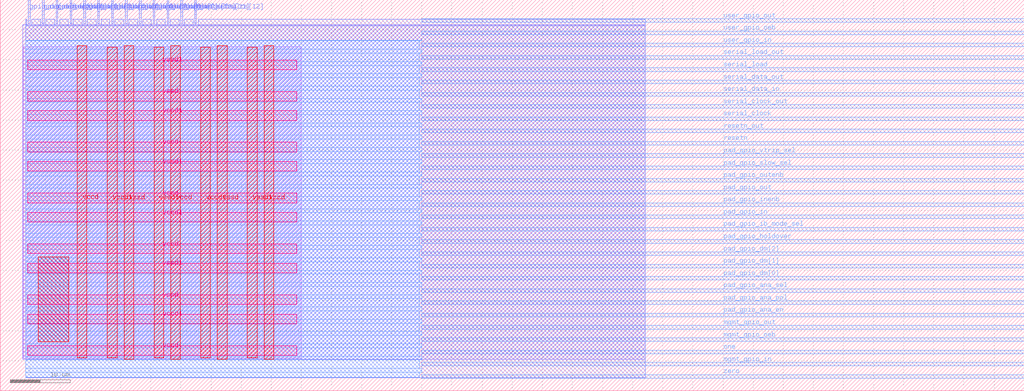
<source format=lef>
VERSION 5.7 ;
  NOWIREEXTENSIONATPIN ON ;
  DIVIDERCHAR "/" ;
  BUSBITCHARS "[]" ;
MACRO gpio_control_block
  CLASS BLOCK ;
  FOREIGN gpio_control_block ;
  ORIGIN 0.000 0.000 ;
  SIZE 170.000 BY 65.000 ;
  PIN gpio_defaults[0]
    DIRECTION INPUT ;
    USE SIGNAL ;
    PORT
      LAYER met2 ;
        RECT 4.690 61.000 4.970 65.000 ;
    END
  END gpio_defaults[0]
  PIN gpio_defaults[10]
    DIRECTION INPUT ;
    USE SIGNAL ;
    PORT
      LAYER met2 ;
        RECT 27.690 61.000 27.970 65.000 ;
    END
  END gpio_defaults[10]
  PIN gpio_defaults[11]
    DIRECTION INPUT ;
    USE SIGNAL ;
    PORT
      LAYER met2 ;
        RECT 29.990 61.000 30.270 65.000 ;
    END
  END gpio_defaults[11]
  PIN gpio_defaults[12]
    DIRECTION INPUT ;
    USE SIGNAL ;
    PORT
      LAYER met2 ;
        RECT 32.290 61.000 32.570 65.000 ;
    END
  END gpio_defaults[12]
  PIN gpio_defaults[1]
    DIRECTION INPUT ;
    USE SIGNAL ;
    PORT
      LAYER met2 ;
        RECT 6.990 61.000 7.270 65.000 ;
    END
  END gpio_defaults[1]
  PIN gpio_defaults[2]
    DIRECTION INPUT ;
    USE SIGNAL ;
    PORT
      LAYER met2 ;
        RECT 9.290 61.000 9.570 65.000 ;
    END
  END gpio_defaults[2]
  PIN gpio_defaults[3]
    DIRECTION INPUT ;
    USE SIGNAL ;
    PORT
      LAYER met2 ;
        RECT 11.590 61.000 11.870 65.000 ;
    END
  END gpio_defaults[3]
  PIN gpio_defaults[4]
    DIRECTION INPUT ;
    USE SIGNAL ;
    PORT
      LAYER met2 ;
        RECT 13.890 61.000 14.170 65.000 ;
    END
  END gpio_defaults[4]
  PIN gpio_defaults[5]
    DIRECTION INPUT ;
    USE SIGNAL ;
    PORT
      LAYER met2 ;
        RECT 16.190 61.000 16.470 65.000 ;
    END
  END gpio_defaults[5]
  PIN gpio_defaults[6]
    DIRECTION INPUT ;
    USE SIGNAL ;
    PORT
      LAYER met2 ;
        RECT 18.490 61.000 18.770 65.000 ;
    END
  END gpio_defaults[6]
  PIN gpio_defaults[7]
    DIRECTION INPUT ;
    USE SIGNAL ;
    PORT
      LAYER met2 ;
        RECT 20.790 61.000 21.070 65.000 ;
    END
  END gpio_defaults[7]
  PIN gpio_defaults[8]
    DIRECTION INPUT ;
    USE SIGNAL ;
    PORT
      LAYER met2 ;
        RECT 23.090 61.000 23.370 65.000 ;
    END
  END gpio_defaults[8]
  PIN gpio_defaults[9]
    DIRECTION INPUT ;
    USE SIGNAL ;
    PORT
      LAYER met2 ;
        RECT 25.390 61.000 25.670 65.000 ;
    END
  END gpio_defaults[9]
  PIN mgmt_gpio_in
    DIRECTION OUTPUT TRISTATE ;
    USE SIGNAL ;
    PORT
      LAYER met3 ;
        RECT 70.000 4.120 170.000 4.720 ;
    END
  END mgmt_gpio_in
  PIN mgmt_gpio_oeb
    DIRECTION INPUT ;
    USE SIGNAL ;
    PORT
      LAYER met3 ;
        RECT 70.000 8.200 170.000 8.800 ;
    END
  END mgmt_gpio_oeb
  PIN mgmt_gpio_out
    DIRECTION INPUT ;
    USE SIGNAL ;
    PORT
      LAYER met3 ;
        RECT 70.000 10.240 170.000 10.840 ;
    END
  END mgmt_gpio_out
  PIN one
    DIRECTION OUTPUT TRISTATE ;
    USE SIGNAL ;
    PORT
      LAYER met3 ;
        RECT 70.000 6.160 170.000 6.760 ;
    END
  END one
  PIN pad_gpio_ana_en
    DIRECTION OUTPUT TRISTATE ;
    USE SIGNAL ;
    PORT
      LAYER met3 ;
        RECT 70.000 12.280 170.000 12.880 ;
    END
  END pad_gpio_ana_en
  PIN pad_gpio_ana_pol
    DIRECTION OUTPUT TRISTATE ;
    USE SIGNAL ;
    PORT
      LAYER met3 ;
        RECT 70.000 14.320 170.000 14.920 ;
    END
  END pad_gpio_ana_pol
  PIN pad_gpio_ana_sel
    DIRECTION OUTPUT TRISTATE ;
    USE SIGNAL ;
    PORT
      LAYER met3 ;
        RECT 70.000 16.360 170.000 16.960 ;
    END
  END pad_gpio_ana_sel
  PIN pad_gpio_dm[0]
    DIRECTION OUTPUT TRISTATE ;
    USE SIGNAL ;
    PORT
      LAYER met3 ;
        RECT 70.000 18.400 170.000 19.000 ;
    END
  END pad_gpio_dm[0]
  PIN pad_gpio_dm[1]
    DIRECTION OUTPUT TRISTATE ;
    USE SIGNAL ;
    PORT
      LAYER met3 ;
        RECT 70.000 20.440 170.000 21.040 ;
    END
  END pad_gpio_dm[1]
  PIN pad_gpio_dm[2]
    DIRECTION OUTPUT TRISTATE ;
    USE SIGNAL ;
    PORT
      LAYER met3 ;
        RECT 70.000 22.480 170.000 23.080 ;
    END
  END pad_gpio_dm[2]
  PIN pad_gpio_holdover
    DIRECTION OUTPUT TRISTATE ;
    USE SIGNAL ;
    PORT
      LAYER met3 ;
        RECT 70.000 24.520 170.000 25.120 ;
    END
  END pad_gpio_holdover
  PIN pad_gpio_ib_mode_sel
    DIRECTION OUTPUT TRISTATE ;
    USE SIGNAL ;
    PORT
      LAYER met3 ;
        RECT 70.000 26.560 170.000 27.160 ;
    END
  END pad_gpio_ib_mode_sel
  PIN pad_gpio_in
    DIRECTION INPUT ;
    USE SIGNAL ;
    PORT
      LAYER met3 ;
        RECT 70.000 28.600 170.000 29.200 ;
    END
  END pad_gpio_in
  PIN pad_gpio_inenb
    DIRECTION OUTPUT TRISTATE ;
    USE SIGNAL ;
    PORT
      LAYER met3 ;
        RECT 70.000 30.640 170.000 31.240 ;
    END
  END pad_gpio_inenb
  PIN pad_gpio_out
    DIRECTION OUTPUT TRISTATE ;
    USE SIGNAL ;
    PORT
      LAYER met3 ;
        RECT 70.000 32.680 170.000 33.280 ;
    END
  END pad_gpio_out
  PIN pad_gpio_outenb
    DIRECTION OUTPUT TRISTATE ;
    USE SIGNAL ;
    PORT
      LAYER met3 ;
        RECT 70.000 34.720 170.000 35.320 ;
    END
  END pad_gpio_outenb
  PIN pad_gpio_slow_sel
    DIRECTION OUTPUT TRISTATE ;
    USE SIGNAL ;
    PORT
      LAYER met3 ;
        RECT 70.000 36.760 170.000 37.360 ;
    END
  END pad_gpio_slow_sel
  PIN pad_gpio_vtrip_sel
    DIRECTION OUTPUT TRISTATE ;
    USE SIGNAL ;
    PORT
      LAYER met3 ;
        RECT 70.000 38.800 170.000 39.400 ;
    END
  END pad_gpio_vtrip_sel
  PIN resetn
    DIRECTION INPUT ;
    USE SIGNAL ;
    PORT
      LAYER met3 ;
        RECT 70.000 40.840 170.000 41.440 ;
    END
  END resetn
  PIN resetn_out
    DIRECTION OUTPUT TRISTATE ;
    USE SIGNAL ;
    PORT
      LAYER met3 ;
        RECT 70.000 42.880 170.000 43.480 ;
    END
  END resetn_out
  PIN serial_clock
    DIRECTION INPUT ;
    USE SIGNAL ;
    PORT
      LAYER met3 ;
        RECT 70.000 44.920 170.000 45.520 ;
    END
  END serial_clock
  PIN serial_clock_out
    DIRECTION OUTPUT TRISTATE ;
    USE SIGNAL ;
    PORT
      LAYER met3 ;
        RECT 70.000 46.960 170.000 47.560 ;
    END
  END serial_clock_out
  PIN serial_data_in
    DIRECTION INPUT ;
    USE SIGNAL ;
    PORT
      LAYER met3 ;
        RECT 70.000 49.000 170.000 49.600 ;
    END
  END serial_data_in
  PIN serial_data_out
    DIRECTION OUTPUT TRISTATE ;
    USE SIGNAL ;
    PORT
      LAYER met3 ;
        RECT 70.000 51.040 170.000 51.640 ;
    END
  END serial_data_out
  PIN serial_load
    DIRECTION INPUT ;
    USE SIGNAL ;
    PORT
      LAYER met3 ;
        RECT 70.000 53.080 170.000 53.680 ;
    END
  END serial_load
  PIN serial_load_out
    DIRECTION OUTPUT TRISTATE ;
    USE SIGNAL ;
    PORT
      LAYER met3 ;
        RECT 70.000 55.120 170.000 55.720 ;
    END
  END serial_load_out
  PIN user_gpio_in
    DIRECTION OUTPUT TRISTATE ;
    USE SIGNAL ;
    PORT
      LAYER met3 ;
        RECT 70.000 57.160 170.000 57.760 ;
    END
  END user_gpio_in
  PIN user_gpio_oeb
    DIRECTION INPUT ;
    USE SIGNAL ;
    PORT
      LAYER met3 ;
        RECT 70.000 59.200 170.000 59.800 ;
    END
  END user_gpio_oeb
  PIN user_gpio_out
    DIRECTION INPUT ;
    USE SIGNAL ;
    PORT
      LAYER met3 ;
        RECT 70.000 61.240 170.000 61.840 ;
    END
  END user_gpio_out
  PIN vccd
    DIRECTION INPUT ;
    USE POWER ;
    PORT
      LAYER met5 ;
        RECT 4.600 5.900 49.220 7.500 ;
    END
    PORT
      LAYER met5 ;
        RECT 4.600 22.800 49.220 24.400 ;
    END
    PORT
      LAYER met5 ;
        RECT 4.600 39.700 49.220 41.300 ;
    END
    PORT
      LAYER met4 ;
        RECT 12.800 5.440 14.400 57.360 ;
    END
    PORT
      LAYER met4 ;
        RECT 28.300 5.200 29.900 57.360 ;
    END
    PORT
      LAYER met4 ;
        RECT 43.800 5.200 45.400 57.360 ;
    END
  END vccd
  PIN vccd1
    DIRECTION INPUT ;
    USE POWER ;
    PORT
      LAYER met5 ;
        RECT 4.600 11.140 49.220 12.740 ;
    END
    PORT
      LAYER met5 ;
        RECT 4.600 28.040 49.220 29.640 ;
    END
    PORT
      LAYER met5 ;
        RECT 4.600 44.940 49.220 46.540 ;
    END
    PORT
      LAYER met4 ;
        RECT 17.800 5.440 19.400 57.120 ;
    END
    PORT
      LAYER met4 ;
        RECT 33.300 5.440 34.900 57.120 ;
    END
  END vccd1
  PIN vssd
    DIRECTION INPUT ;
    USE GROUND ;
    PORT
      LAYER met5 ;
        RECT 4.600 14.350 49.220 15.950 ;
    END
    PORT
      LAYER met5 ;
        RECT 4.600 31.250 49.220 32.850 ;
    END
    PORT
      LAYER met5 ;
        RECT 4.600 48.150 49.220 49.750 ;
    END
    PORT
      LAYER met4 ;
        RECT 20.550 5.200 22.150 57.360 ;
    END
    PORT
      LAYER met4 ;
        RECT 36.050 5.200 37.650 57.360 ;
    END
  END vssd
  PIN vssd1
    DIRECTION INPUT ;
    USE GROUND ;
    PORT
      LAYER met5 ;
        RECT 4.600 19.590 49.220 21.190 ;
    END
    PORT
      LAYER met5 ;
        RECT 4.600 36.490 49.220 38.090 ;
    END
    PORT
      LAYER met5 ;
        RECT 4.600 53.390 49.220 54.990 ;
    END
    PORT
      LAYER met4 ;
        RECT 25.550 5.440 27.150 57.120 ;
    END
    PORT
      LAYER met4 ;
        RECT 41.050 5.440 42.650 57.120 ;
    END
  END vssd1
  PIN zero
    DIRECTION OUTPUT TRISTATE ;
    USE SIGNAL ;
    PORT
      LAYER met3 ;
        RECT 70.000 2.080 170.000 2.680 ;
    END
  END zero
  OBS
      LAYER li1 ;
        RECT 3.825 5.355 49.995 57.205 ;
      LAYER met1 ;
        RECT 3.765 5.200 107.110 60.820 ;
      LAYER met2 ;
        RECT 4.230 60.720 4.410 61.725 ;
        RECT 5.250 60.720 6.710 61.725 ;
        RECT 7.550 60.720 9.010 61.725 ;
        RECT 9.850 60.720 11.310 61.725 ;
        RECT 12.150 60.720 13.610 61.725 ;
        RECT 14.450 60.720 15.910 61.725 ;
        RECT 16.750 60.720 18.210 61.725 ;
        RECT 19.050 60.720 20.510 61.725 ;
        RECT 21.350 60.720 22.810 61.725 ;
        RECT 23.650 60.720 25.110 61.725 ;
        RECT 25.950 60.720 27.410 61.725 ;
        RECT 28.250 60.720 29.710 61.725 ;
        RECT 30.550 60.720 32.010 61.725 ;
        RECT 32.850 60.720 107.090 61.725 ;
        RECT 4.230 2.195 107.090 60.720 ;
      LAYER met3 ;
        RECT 4.205 58.160 70.000 58.305 ;
        RECT 4.205 56.760 69.600 58.160 ;
        RECT 4.205 56.120 70.000 56.760 ;
        RECT 4.205 54.720 69.600 56.120 ;
        RECT 4.205 54.080 70.000 54.720 ;
        RECT 4.205 52.680 69.600 54.080 ;
        RECT 4.205 52.040 70.000 52.680 ;
        RECT 4.205 50.640 69.600 52.040 ;
        RECT 4.205 50.000 70.000 50.640 ;
        RECT 4.205 48.600 69.600 50.000 ;
        RECT 4.205 47.960 70.000 48.600 ;
        RECT 4.205 46.560 69.600 47.960 ;
        RECT 4.205 45.920 70.000 46.560 ;
        RECT 4.205 44.520 69.600 45.920 ;
        RECT 4.205 43.880 70.000 44.520 ;
        RECT 4.205 42.480 69.600 43.880 ;
        RECT 4.205 41.840 70.000 42.480 ;
        RECT 4.205 40.440 69.600 41.840 ;
        RECT 4.205 39.800 70.000 40.440 ;
        RECT 4.205 38.400 69.600 39.800 ;
        RECT 4.205 37.760 70.000 38.400 ;
        RECT 4.205 36.360 69.600 37.760 ;
        RECT 4.205 35.720 70.000 36.360 ;
        RECT 4.205 34.320 69.600 35.720 ;
        RECT 4.205 33.680 70.000 34.320 ;
        RECT 4.205 32.280 69.600 33.680 ;
        RECT 4.205 31.640 70.000 32.280 ;
        RECT 4.205 30.240 69.600 31.640 ;
        RECT 4.205 29.600 70.000 30.240 ;
        RECT 4.205 28.200 69.600 29.600 ;
        RECT 4.205 27.560 70.000 28.200 ;
        RECT 4.205 26.160 69.600 27.560 ;
        RECT 4.205 25.520 70.000 26.160 ;
        RECT 4.205 24.120 69.600 25.520 ;
        RECT 4.205 23.480 70.000 24.120 ;
        RECT 4.205 22.080 69.600 23.480 ;
        RECT 4.205 21.440 70.000 22.080 ;
        RECT 4.205 20.040 69.600 21.440 ;
        RECT 4.205 19.400 70.000 20.040 ;
        RECT 4.205 18.000 69.600 19.400 ;
        RECT 4.205 17.360 70.000 18.000 ;
        RECT 4.205 15.960 69.600 17.360 ;
        RECT 4.205 15.320 70.000 15.960 ;
        RECT 4.205 13.920 69.600 15.320 ;
        RECT 4.205 13.280 70.000 13.920 ;
        RECT 4.205 11.880 69.600 13.280 ;
        RECT 4.205 11.240 70.000 11.880 ;
        RECT 4.205 9.840 69.600 11.240 ;
        RECT 4.205 9.200 70.000 9.840 ;
        RECT 4.205 7.800 69.600 9.200 ;
        RECT 4.205 7.160 70.000 7.800 ;
        RECT 4.205 5.760 69.600 7.160 ;
        RECT 4.205 5.120 70.000 5.760 ;
        RECT 4.205 3.720 69.600 5.120 ;
        RECT 4.205 3.080 70.000 3.720 ;
        RECT 4.205 2.215 69.600 3.080 ;
      LAYER met4 ;
        RECT 6.280 8.160 11.380 22.240 ;
  END
END gpio_control_block
END LIBRARY


</source>
